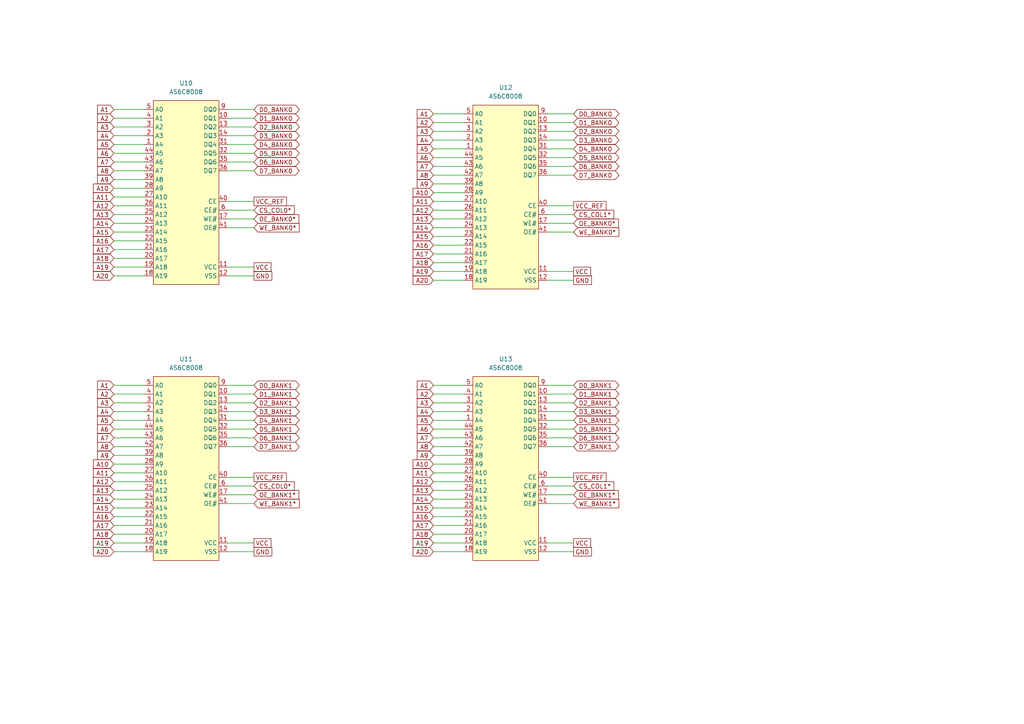
<source format=kicad_sch>
(kicad_sch (version 20211123) (generator eeschema)
  (paper "A4")
  (title_block (title "Static SRAM") (date "2022-10-21") (rev "0.2"))
  (lib_symbols
    (symbol "Memory_RAM:AS6C8008"
      (property "Reference" "U" (at 0 -29.21 0))
      (property "Value" "AS6C8008" (at 0 0 0))
      (symbol "AS6C8008_0_1"
        (rectangle (start -10.16 25.4) (end 8.89 -27.94) (fill (type background)))
      )
      (symbol "AS6C8008_1_1"
        (pin input line (at -12.7 12.7 0) (length 2.54) (name "A4") (number "1"))
        (pin bidirectional line (at 11.43 20.32 180) (length 2.54) (name "DQ1") (number "10"))
        (pin power_in line (at 11.43 -22.86 180) (length 2.54) (name "VCC") (number "11"))
        (pin power_in line (at 11.43 -25.4 180) (length 2.54) (name "VSS") (number "12"))
        (pin bidirectional line (at 11.43 17.78 180) (length 2.54) (name "DQ2") (number "13"))
        (pin bidirectional line (at 11.43 15.24 180) (length 2.54) (name "DQ3") (number "14"))
        (pin input line (at 11.43 -8.89 180) (length 2.54) (name "WE#") (number "17"))
        (pin input line (at -12.7 -25.4 0) (length 2.54) (name "A19") (number "18"))
        (pin input line (at -12.7 -22.86 0) (length 2.54) (name "A18") (number "19"))
        (pin input line (at -12.7 15.24 0) (length 2.54) (name "A3") (number "2"))
        (pin input line (at -12.7 -20.32 0) (length 2.54) (name "A17") (number "20"))
        (pin input line (at -12.7 -17.78 0) (length 2.54) (name "A16") (number "21"))
        (pin input line (at -12.7 -15.24 0) (length 2.54) (name "A15") (number "22"))
        (pin input line (at -12.7 -12.7 0) (length 2.54) (name "A14") (number "23"))
        (pin input line (at -12.7 -10.16 0) (length 2.54) (name "A13") (number "24"))
        (pin input line (at -12.7 -7.62 0) (length 2.54) (name "A12") (number "25"))
        (pin input line (at -12.7 -5.08 0) (length 2.54) (name "A11") (number "26"))
        (pin input line (at -12.7 -2.54 0) (length 2.54) (name "A10") (number "27"))
        (pin input line (at -12.7 0 0) (length 2.54) (name "A9") (number "28"))
        (pin input line (at -12.7 17.78 0) (length 2.54) (name "A2") (number "3"))
        (pin bidirectional line (at 11.43 12.7 180) (length 2.54) (name "DQ4") (number "31"))
        (pin bidirectional line (at 11.43 10.16 180) (length 2.54) (name "DQ5") (number "32"))
        (pin bidirectional line (at 11.43 7.62 180) (length 2.54) (name "DQ6") (number "35"))
        (pin bidirectional line (at 11.43 5.08 180) (length 2.54) (name "DQ7") (number "36"))
        (pin input line (at -12.7 2.54 0) (length 2.54) (name "A8") (number "39"))
        (pin input line (at -12.7 20.32 0) (length 2.54) (name "A1") (number "4"))
        (pin input line (at 11.43 -3.81 180) (length 2.54) (name "CE") (number "40"))
        (pin input line (at 11.43 -11.43 180) (length 2.54) (name "OE#") (number "41"))
        (pin input line (at -12.7 5.08 0) (length 2.54) (name "A7") (number "42"))
        (pin input line (at -12.7 7.62 0) (length 2.54) (name "A6") (number "43"))
        (pin input line (at -12.7 10.16 0) (length 2.54) (name "A5") (number "44"))
        (pin input line (at -12.7 22.86 0) (length 2.54) (name "A0") (number "5"))
        (pin input line (at 11.43 -6.35 180) (length 2.54) (name "CE#") (number "6"))
        (pin bidirectional line (at 11.43 22.86 180) (length 2.54) (name "DQ0") (number "9"))
      )
    )
  )
  (wire (pts (xy 33.02 69.85) (xy 41.91 69.85)))
  (wire (pts (xy 158.75 33.02) (xy 166.37 33.02)))
  (wire (pts (xy 66.04 143.51) (xy 73.66 143.51)))
  (wire (pts (xy 33.02 127) (xy 41.91 127)))
  (wire (pts (xy 125.73 152.4) (xy 134.62 152.4)))
  (wire (pts (xy 33.02 132.08) (xy 41.91 132.08)))
  (wire (pts (xy 158.75 62.23) (xy 166.37 62.23)))
  (wire (pts (xy 33.02 54.61) (xy 41.91 54.61)))
  (wire (pts (xy 158.75 116.84) (xy 166.37 116.84)))
  (wire (pts (xy 125.73 66.04) (xy 134.62 66.04)))
  (wire (pts (xy 125.73 55.88) (xy 134.62 55.88)))
  (wire (pts (xy 33.02 114.3) (xy 41.91 114.3)))
  (wire (pts (xy 33.02 59.69) (xy 41.91 59.69)))
  (wire (pts (xy 33.02 129.54) (xy 41.91 129.54)))
  (wire (pts (xy 33.02 134.62) (xy 41.91 134.62)))
  (wire (pts (xy 125.73 81.28) (xy 134.62 81.28)))
  (wire (pts (xy 158.75 43.18) (xy 166.37 43.18)))
  (wire (pts (xy 158.75 124.46) (xy 166.37 124.46)))
  (wire (pts (xy 33.02 74.93) (xy 41.91 74.93)))
  (wire (pts (xy 66.04 41.91) (xy 73.66 41.91)))
  (wire (pts (xy 66.04 31.75) (xy 73.66 31.75)))
  (wire (pts (xy 66.04 58.42) (xy 73.66 58.42)))
  (wire (pts (xy 125.73 154.94) (xy 134.62 154.94)))
  (wire (pts (xy 125.73 116.84) (xy 134.62 116.84)))
  (wire (pts (xy 66.04 146.05) (xy 73.66 146.05)))
  (wire (pts (xy 33.02 67.31) (xy 41.91 67.31)))
  (wire (pts (xy 33.02 154.94) (xy 41.91 154.94)))
  (wire (pts (xy 66.04 129.54) (xy 73.66 129.54)))
  (wire (pts (xy 125.73 160.02) (xy 134.62 160.02)))
  (wire (pts (xy 158.75 146.05) (xy 166.37 146.05)))
  (wire (pts (xy 66.04 121.92) (xy 73.66 121.92)))
  (wire (pts (xy 125.73 132.08) (xy 134.62 132.08)))
  (wire (pts (xy 66.04 119.38) (xy 73.66 119.38)))
  (wire (pts (xy 158.75 48.26) (xy 166.37 48.26)))
  (wire (pts (xy 158.75 64.77) (xy 166.37 64.77)))
  (wire (pts (xy 33.02 160.02) (xy 41.91 160.02)))
  (wire (pts (xy 66.04 34.29) (xy 73.66 34.29)))
  (wire (pts (xy 125.73 53.34) (xy 134.62 53.34)))
  (wire (pts (xy 125.73 38.1) (xy 134.62 38.1)))
  (wire (pts (xy 158.75 67.31) (xy 166.37 67.31)))
  (wire (pts (xy 158.75 59.69) (xy 166.37 59.69)))
  (wire (pts (xy 125.73 45.72) (xy 134.62 45.72)))
  (wire (pts (xy 125.73 147.32) (xy 134.62 147.32)))
  (wire (pts (xy 125.73 157.48) (xy 134.62 157.48)))
  (wire (pts (xy 158.75 50.8) (xy 166.37 50.8)))
  (wire (pts (xy 66.04 127) (xy 73.66 127)))
  (wire (pts (xy 33.02 31.75) (xy 41.91 31.75)))
  (wire (pts (xy 66.04 60.96) (xy 73.66 60.96)))
  (wire (pts (xy 158.75 127) (xy 166.37 127)))
  (wire (pts (xy 158.75 129.54) (xy 166.37 129.54)))
  (wire (pts (xy 33.02 57.15) (xy 41.91 57.15)))
  (wire (pts (xy 66.04 111.76) (xy 73.66 111.76)))
  (wire (pts (xy 125.73 35.56) (xy 134.62 35.56)))
  (wire (pts (xy 66.04 77.47) (xy 73.66 77.47)))
  (wire (pts (xy 125.73 127) (xy 134.62 127)))
  (wire (pts (xy 33.02 149.86) (xy 41.91 149.86)))
  (wire (pts (xy 125.73 144.78) (xy 134.62 144.78)))
  (wire (pts (xy 33.02 111.76) (xy 41.91 111.76)))
  (wire (pts (xy 125.73 149.86) (xy 134.62 149.86)))
  (wire (pts (xy 66.04 160.02) (xy 73.66 160.02)))
  (wire (pts (xy 125.73 60.96) (xy 134.62 60.96)))
  (wire (pts (xy 66.04 116.84) (xy 73.66 116.84)))
  (wire (pts (xy 33.02 119.38) (xy 41.91 119.38)))
  (wire (pts (xy 125.73 43.18) (xy 134.62 43.18)))
  (wire (pts (xy 66.04 66.04) (xy 73.66 66.04)))
  (wire (pts (xy 33.02 72.39) (xy 41.91 72.39)))
  (wire (pts (xy 158.75 140.97) (xy 166.37 140.97)))
  (wire (pts (xy 125.73 33.02) (xy 134.62 33.02)))
  (wire (pts (xy 125.73 63.5) (xy 134.62 63.5)))
  (wire (pts (xy 33.02 121.92) (xy 41.91 121.92)))
  (wire (pts (xy 33.02 39.37) (xy 41.91 39.37)))
  (wire (pts (xy 66.04 44.45) (xy 73.66 44.45)))
  (wire (pts (xy 66.04 157.48) (xy 73.66 157.48)))
  (wire (pts (xy 125.73 58.42) (xy 134.62 58.42)))
  (wire (pts (xy 158.75 121.92) (xy 166.37 121.92)))
  (wire (pts (xy 33.02 49.53) (xy 41.91 49.53)))
  (wire (pts (xy 33.02 46.99) (xy 41.91 46.99)))
  (wire (pts (xy 125.73 50.8) (xy 134.62 50.8)))
  (wire (pts (xy 66.04 63.5) (xy 73.66 63.5)))
  (wire (pts (xy 33.02 64.77) (xy 41.91 64.77)))
  (wire (pts (xy 33.02 62.23) (xy 41.91 62.23)))
  (wire (pts (xy 125.73 129.54) (xy 134.62 129.54)))
  (wire (pts (xy 66.04 46.99) (xy 73.66 46.99)))
  (wire (pts (xy 125.73 111.76) (xy 134.62 111.76)))
  (wire (pts (xy 125.73 124.46) (xy 134.62 124.46)))
  (wire (pts (xy 33.02 152.4) (xy 41.91 152.4)))
  (wire (pts (xy 158.75 114.3) (xy 166.37 114.3)))
  (wire (pts (xy 66.04 114.3) (xy 73.66 114.3)))
  (wire (pts (xy 125.73 78.74) (xy 134.62 78.74)))
  (wire (pts (xy 158.75 157.48) (xy 166.37 157.48)))
  (wire (pts (xy 33.02 80.01) (xy 41.91 80.01)))
  (wire (pts (xy 125.73 121.92) (xy 134.62 121.92)))
  (wire (pts (xy 125.73 134.62) (xy 134.62 134.62)))
  (wire (pts (xy 125.73 139.7) (xy 134.62 139.7)))
  (wire (pts (xy 125.73 114.3) (xy 134.62 114.3)))
  (wire (pts (xy 33.02 144.78) (xy 41.91 144.78)))
  (wire (pts (xy 125.73 71.12) (xy 134.62 71.12)))
  (wire (pts (xy 125.73 68.58) (xy 134.62 68.58)))
  (wire (pts (xy 33.02 52.07) (xy 41.91 52.07)))
  (wire (pts (xy 66.04 49.53) (xy 73.66 49.53)))
  (wire (pts (xy 33.02 44.45) (xy 41.91 44.45)))
  (wire (pts (xy 33.02 137.16) (xy 41.91 137.16)))
  (wire (pts (xy 66.04 140.97) (xy 73.66 140.97)))
  (wire (pts (xy 33.02 116.84) (xy 41.91 116.84)))
  (wire (pts (xy 33.02 34.29) (xy 41.91 34.29)))
  (wire (pts (xy 158.75 35.56) (xy 166.37 35.56)))
  (wire (pts (xy 125.73 73.66) (xy 134.62 73.66)))
  (wire (pts (xy 158.75 38.1) (xy 166.37 38.1)))
  (wire (pts (xy 125.73 137.16) (xy 134.62 137.16)))
  (wire (pts (xy 33.02 142.24) (xy 41.91 142.24)))
  (wire (pts (xy 33.02 147.32) (xy 41.91 147.32)))
  (wire (pts (xy 66.04 80.01) (xy 73.66 80.01)))
  (wire (pts (xy 33.02 157.48) (xy 41.91 157.48)))
  (wire (pts (xy 66.04 36.83) (xy 73.66 36.83)))
  (wire (pts (xy 158.75 138.43) (xy 166.37 138.43)))
  (wire (pts (xy 158.75 45.72) (xy 166.37 45.72)))
  (wire (pts (xy 66.04 138.43) (xy 73.66 138.43)))
  (wire (pts (xy 33.02 124.46) (xy 41.91 124.46)))
  (wire (pts (xy 158.75 111.76) (xy 166.37 111.76)))
  (wire (pts (xy 33.02 41.91) (xy 41.91 41.91)))
  (wire (pts (xy 33.02 77.47) (xy 41.91 77.47)))
  (wire (pts (xy 158.75 78.74) (xy 166.37 78.74)))
  (wire (pts (xy 125.73 142.24) (xy 134.62 142.24)))
  (wire (pts (xy 125.73 40.64) (xy 134.62 40.64)))
  (wire (pts (xy 66.04 124.46) (xy 73.66 124.46)))
  (wire (pts (xy 158.75 143.51) (xy 166.37 143.51)))
  (wire (pts (xy 158.75 119.38) (xy 166.37 119.38)))
  (wire (pts (xy 33.02 139.7) (xy 41.91 139.7)))
  (wire (pts (xy 125.73 48.26) (xy 134.62 48.26)))
  (wire (pts (xy 158.75 40.64) (xy 166.37 40.64)))
  (wire (pts (xy 33.02 36.83) (xy 41.91 36.83)))
  (wire (pts (xy 158.75 81.28) (xy 166.37 81.28)))
  (wire (pts (xy 158.75 160.02) (xy 166.37 160.02)))
  (wire (pts (xy 125.73 119.38) (xy 134.62 119.38)))
  (wire (pts (xy 125.73 76.2) (xy 134.62 76.2)))
  (wire (pts (xy 66.04 39.37) (xy 73.66 39.37)))
  (global_label "A1" (shape input) (at 125.73 33.02 180) (property "Intersheet References" "${INTERSHEET_REFS}" (effects hide)))
  (global_label "A1" (shape input) (at 33.02 111.76 180) (property "Intersheet References" "${INTERSHEET_REFS}" (effects hide)))
  (global_label "A5" (shape input) (at 33.02 121.92 180) (property "Intersheet References" "${INTERSHEET_REFS}" (effects hide)))
  (global_label "CS_COL1*" (shape input) (at 166.37 62.23 0) (property "Intersheet References" "${INTERSHEET_REFS}" (effects hide)))
  (global_label "A15" (shape input) (at 125.73 147.32 180) (property "Intersheet References" "${INTERSHEET_REFS}" (effects hide)))
  (global_label "D5_BANK0" (shape bidirectional) (at 166.37 45.72 0) (property "Intersheet References" "${INTERSHEET_REFS}" (effects hide)))
  (global_label "A20" (shape input) (at 125.73 160.02 180) (property "Intersheet References" "${INTERSHEET_REFS}" (effects hide)))
  (global_label "D7_BANK1" (shape bidirectional) (at 166.37 129.54 0) (property "Intersheet References" "${INTERSHEET_REFS}" (effects hide)))
  (global_label "A16" (shape input) (at 33.02 149.86 180) (property "Intersheet References" "${INTERSHEET_REFS}" (effects hide)))
  (global_label "WE_BANK0*" (shape input) (at 73.66 66.04 0) (property "Intersheet References" "${INTERSHEET_REFS}" (effects hide)))
  (global_label "A20" (shape input) (at 33.02 80.01 180) (property "Intersheet References" "${INTERSHEET_REFS}" (effects hide)))
  (global_label "A7" (shape input) (at 125.73 127 180) (property "Intersheet References" "${INTERSHEET_REFS}" (effects hide)))
  (global_label "VCC" (shape passive) (at 166.37 157.48 0) (property "Intersheet References" "${INTERSHEET_REFS}" (effects hide)))
  (global_label "D6_BANK1" (shape bidirectional) (at 166.37 127 0) (property "Intersheet References" "${INTERSHEET_REFS}" (effects hide)))
  (global_label "D1_BANK1" (shape bidirectional) (at 166.37 114.3 0) (property "Intersheet References" "${INTERSHEET_REFS}" (effects hide)))
  (global_label "GND" (shape passive) (at 73.66 160.02 0) (property "Intersheet References" "${INTERSHEET_REFS}" (effects hide)))
  (global_label "WE_BANK1*" (shape input) (at 166.37 146.05 0) (property "Intersheet References" "${INTERSHEET_REFS}" (effects hide)))
  (global_label "D6_BANK0" (shape bidirectional) (at 166.37 48.26 0) (property "Intersheet References" "${INTERSHEET_REFS}" (effects hide)))
  (global_label "A16" (shape input) (at 33.02 69.85 180) (property "Intersheet References" "${INTERSHEET_REFS}" (effects hide)))
  (global_label "A14" (shape input) (at 125.73 144.78 180) (property "Intersheet References" "${INTERSHEET_REFS}" (effects hide)))
  (global_label "A5" (shape input) (at 125.73 121.92 180) (property "Intersheet References" "${INTERSHEET_REFS}" (effects hide)))
  (global_label "VCC" (shape passive) (at 73.66 77.47 0) (property "Intersheet References" "${INTERSHEET_REFS}" (effects hide)))
  (global_label "CS_COL0*" (shape input) (at 73.66 140.97 0) (property "Intersheet References" "${INTERSHEET_REFS}" (effects hide)))
  (global_label "VCC_REF" (shape passive) (at 166.37 59.69 0) (property "Intersheet References" "${INTERSHEET_REFS}" (effects hide)))
  (global_label "A14" (shape input) (at 125.73 66.04 180) (property "Intersheet References" "${INTERSHEET_REFS}" (effects hide)))
  (global_label "D2_BANK0" (shape bidirectional) (at 166.37 38.1 0) (property "Intersheet References" "${INTERSHEET_REFS}" (effects hide)))
  (global_label "A1" (shape input) (at 33.02 31.75 180) (property "Intersheet References" "${INTERSHEET_REFS}" (effects hide)))
  (global_label "A17" (shape input) (at 33.02 72.39 180) (property "Intersheet References" "${INTERSHEET_REFS}" (effects hide)))
  (global_label "A13" (shape input) (at 125.73 63.5 180) (property "Intersheet References" "${INTERSHEET_REFS}" (effects hide)))
  (global_label "D4_BANK1" (shape bidirectional) (at 166.37 121.92 0) (property "Intersheet References" "${INTERSHEET_REFS}" (effects hide)))
  (global_label "D7_BANK1" (shape bidirectional) (at 73.66 129.54 0) (property "Intersheet References" "${INTERSHEET_REFS}" (effects hide)))
  (global_label "A11" (shape input) (at 125.73 137.16 180) (property "Intersheet References" "${INTERSHEET_REFS}" (effects hide)))
  (global_label "A15" (shape input) (at 125.73 68.58 180) (property "Intersheet References" "${INTERSHEET_REFS}" (effects hide)))
  (global_label "D6_BANK1" (shape bidirectional) (at 73.66 127 0) (property "Intersheet References" "${INTERSHEET_REFS}" (effects hide)))
  (global_label "GND" (shape passive) (at 73.66 80.01 0) (property "Intersheet References" "${INTERSHEET_REFS}" (effects hide)))
  (global_label "A9" (shape input) (at 125.73 132.08 180) (property "Intersheet References" "${INTERSHEET_REFS}" (effects hide)))
  (global_label "GND" (shape passive) (at 166.37 160.02 0) (property "Intersheet References" "${INTERSHEET_REFS}" (effects hide)))
  (global_label "A2" (shape input) (at 33.02 34.29 180) (property "Intersheet References" "${INTERSHEET_REFS}" (effects hide)))
  (global_label "A14" (shape input) (at 33.02 144.78 180) (property "Intersheet References" "${INTERSHEET_REFS}" (effects hide)))
  (global_label "D1_BANK0" (shape bidirectional) (at 73.66 34.29 0) (property "Intersheet References" "${INTERSHEET_REFS}" (effects hide)))
  (global_label "A13" (shape input) (at 33.02 62.23 180) (property "Intersheet References" "${INTERSHEET_REFS}" (effects hide)))
  (global_label "A12" (shape input) (at 33.02 139.7 180) (property "Intersheet References" "${INTERSHEET_REFS}" (effects hide)))
  (global_label "D1_BANK1" (shape bidirectional) (at 73.66 114.3 0) (property "Intersheet References" "${INTERSHEET_REFS}" (effects hide)))
  (global_label "A8" (shape input) (at 33.02 49.53 180) (property "Intersheet References" "${INTERSHEET_REFS}" (effects hide)))
  (global_label "D3_BANK0" (shape bidirectional) (at 166.37 40.64 0) (property "Intersheet References" "${INTERSHEET_REFS}" (effects hide)))
  (global_label "A4" (shape input) (at 125.73 40.64 180) (property "Intersheet References" "${INTERSHEET_REFS}" (effects hide)))
  (global_label "A3" (shape input) (at 33.02 36.83 180) (property "Intersheet References" "${INTERSHEET_REFS}" (effects hide)))
  (global_label "A6" (shape input) (at 33.02 44.45 180) (property "Intersheet References" "${INTERSHEET_REFS}" (effects hide)))
  (global_label "A8" (shape input) (at 125.73 129.54 180) (property "Intersheet References" "${INTERSHEET_REFS}" (effects hide)))
  (global_label "A12" (shape input) (at 125.73 139.7 180) (property "Intersheet References" "${INTERSHEET_REFS}" (effects hide)))
  (global_label "D2_BANK1" (shape bidirectional) (at 166.37 116.84 0) (property "Intersheet References" "${INTERSHEET_REFS}" (effects hide)))
  (global_label "D4_BANK1" (shape bidirectional) (at 73.66 121.92 0) (property "Intersheet References" "${INTERSHEET_REFS}" (effects hide)))
  (global_label "D2_BANK1" (shape bidirectional) (at 73.66 116.84 0) (property "Intersheet References" "${INTERSHEET_REFS}" (effects hide)))
  (global_label "D7_BANK0" (shape bidirectional) (at 73.66 49.53 0) (property "Intersheet References" "${INTERSHEET_REFS}" (effects hide)))
  (global_label "D4_BANK0" (shape bidirectional) (at 166.37 43.18 0) (property "Intersheet References" "${INTERSHEET_REFS}" (effects hide)))
  (global_label "A17" (shape input) (at 33.02 152.4 180) (property "Intersheet References" "${INTERSHEET_REFS}" (effects hide)))
  (global_label "A10" (shape input) (at 33.02 134.62 180) (property "Intersheet References" "${INTERSHEET_REFS}" (effects hide)))
  (global_label "VCC_REF" (shape passive) (at 166.37 138.43 0) (property "Intersheet References" "${INTERSHEET_REFS}" (effects hide)))
  (global_label "A5" (shape input) (at 33.02 41.91 180) (property "Intersheet References" "${INTERSHEET_REFS}" (effects hide)))
  (global_label "A10" (shape input) (at 33.02 54.61 180) (property "Intersheet References" "${INTERSHEET_REFS}" (effects hide)))
  (global_label "A8" (shape input) (at 33.02 129.54 180) (property "Intersheet References" "${INTERSHEET_REFS}" (effects hide)))
  (global_label "D3_BANK0" (shape bidirectional) (at 73.66 39.37 0) (property "Intersheet References" "${INTERSHEET_REFS}" (effects hide)))
  (global_label "A2" (shape input) (at 125.73 114.3 180) (property "Intersheet References" "${INTERSHEET_REFS}" (effects hide)))
  (global_label "CS_COL1*" (shape input) (at 166.37 140.97 0) (property "Intersheet References" "${INTERSHEET_REFS}" (effects hide)))
  (global_label "D2_BANK0" (shape bidirectional) (at 73.66 36.83 0) (property "Intersheet References" "${INTERSHEET_REFS}" (effects hide)))
  (global_label "A10" (shape input) (at 125.73 55.88 180) (property "Intersheet References" "${INTERSHEET_REFS}" (effects hide)))
  (global_label "A4" (shape input) (at 33.02 119.38 180) (property "Intersheet References" "${INTERSHEET_REFS}" (effects hide)))
  (global_label "A11" (shape input) (at 33.02 57.15 180) (property "Intersheet References" "${INTERSHEET_REFS}" (effects hide)))
  (global_label "A2" (shape input) (at 33.02 114.3 180) (property "Intersheet References" "${INTERSHEET_REFS}" (effects hide)))
  (global_label "A10" (shape input) (at 125.73 134.62 180) (property "Intersheet References" "${INTERSHEET_REFS}" (effects hide)))
  (global_label "A11" (shape input) (at 33.02 137.16 180) (property "Intersheet References" "${INTERSHEET_REFS}" (effects hide)))
  (global_label "A18" (shape input) (at 125.73 154.94 180) (property "Intersheet References" "${INTERSHEET_REFS}" (effects hide)))
  (global_label "A19" (shape input) (at 33.02 77.47 180) (property "Intersheet References" "${INTERSHEET_REFS}" (effects hide)))
  (global_label "D5_BANK0" (shape bidirectional) (at 73.66 44.45 0) (property "Intersheet References" "${INTERSHEET_REFS}" (effects hide)))
  (global_label "D4_BANK0" (shape bidirectional) (at 73.66 41.91 0) (property "Intersheet References" "${INTERSHEET_REFS}" (effects hide)))
  (global_label "A7" (shape input) (at 33.02 127 180) (property "Intersheet References" "${INTERSHEET_REFS}" (effects hide)))
  (global_label "OE_BANK0*" (shape input) (at 166.37 64.77 0) (property "Intersheet References" "${INTERSHEET_REFS}" (effects hide)))
  (global_label "A9" (shape input) (at 33.02 132.08 180) (property "Intersheet References" "${INTERSHEET_REFS}" (effects hide)))
  (global_label "A13" (shape input) (at 33.02 142.24 180) (property "Intersheet References" "${INTERSHEET_REFS}" (effects hide)))
  (global_label "A15" (shape input) (at 33.02 67.31 180) (property "Intersheet References" "${INTERSHEET_REFS}" (effects hide)))
  (global_label "A4" (shape input) (at 125.73 119.38 180) (property "Intersheet References" "${INTERSHEET_REFS}" (effects hide)))
  (global_label "A20" (shape input) (at 33.02 160.02 180) (property "Intersheet References" "${INTERSHEET_REFS}" (effects hide)))
  (global_label "D3_BANK1" (shape bidirectional) (at 166.37 119.38 0) (property "Intersheet References" "${INTERSHEET_REFS}" (effects hide)))
  (global_label "WE_BANK0*" (shape input) (at 166.37 67.31 0) (property "Intersheet References" "${INTERSHEET_REFS}" (effects hide)))
  (global_label "OE_BANK1*" (shape input) (at 73.66 143.51 0) (property "Intersheet References" "${INTERSHEET_REFS}" (effects hide)))
  (global_label "A5" (shape input) (at 125.73 43.18 180) (property "Intersheet References" "${INTERSHEET_REFS}" (effects hide)))
  (global_label "VCC_REF" (shape passive) (at 73.66 138.43 0) (property "Intersheet References" "${INTERSHEET_REFS}" (effects hide)))
  (global_label "A14" (shape input) (at 33.02 64.77 180) (property "Intersheet References" "${INTERSHEET_REFS}" (effects hide)))
  (global_label "A2" (shape input) (at 125.73 35.56 180) (property "Intersheet References" "${INTERSHEET_REFS}" (effects hide)))
  (global_label "VCC_REF" (shape passive) (at 73.66 58.42 0) (property "Intersheet References" "${INTERSHEET_REFS}" (effects hide)))
  (global_label "A15" (shape input) (at 33.02 147.32 180) (property "Intersheet References" "${INTERSHEET_REFS}" (effects hide)))
  (global_label "A8" (shape input) (at 125.73 50.8 180) (property "Intersheet References" "${INTERSHEET_REFS}" (effects hide)))
  (global_label "A3" (shape input) (at 125.73 116.84 180) (property "Intersheet References" "${INTERSHEET_REFS}" (effects hide)))
  (global_label "A1" (shape input) (at 125.73 111.76 180) (property "Intersheet References" "${INTERSHEET_REFS}" (effects hide)))
  (global_label "OE_BANK1*" (shape input) (at 166.37 143.51 0) (property "Intersheet References" "${INTERSHEET_REFS}" (effects hide)))
  (global_label "A19" (shape input) (at 125.73 157.48 180) (property "Intersheet References" "${INTERSHEET_REFS}" (effects hide)))
  (global_label "D5_BANK1" (shape bidirectional) (at 73.66 124.46 0) (property "Intersheet References" "${INTERSHEET_REFS}" (effects hide)))
  (global_label "D3_BANK1" (shape bidirectional) (at 73.66 119.38 0) (property "Intersheet References" "${INTERSHEET_REFS}" (effects hide)))
  (global_label "A3" (shape input) (at 125.73 38.1 180) (property "Intersheet References" "${INTERSHEET_REFS}" (effects hide)))
  (global_label "D6_BANK0" (shape bidirectional) (at 73.66 46.99 0) (property "Intersheet References" "${INTERSHEET_REFS}" (effects hide)))
  (global_label "A12" (shape input) (at 125.73 60.96 180) (property "Intersheet References" "${INTERSHEET_REFS}" (effects hide)))
  (global_label "D0_BANK0" (shape bidirectional) (at 73.66 31.75 0) (property "Intersheet References" "${INTERSHEET_REFS}" (effects hide)))
  (global_label "A4" (shape input) (at 33.02 39.37 180) (property "Intersheet References" "${INTERSHEET_REFS}" (effects hide)))
  (global_label "A6" (shape input) (at 125.73 124.46 180) (property "Intersheet References" "${INTERSHEET_REFS}" (effects hide)))
  (global_label "D7_BANK0" (shape bidirectional) (at 166.37 50.8 0) (property "Intersheet References" "${INTERSHEET_REFS}" (effects hide)))
  (global_label "CS_COL0*" (shape input) (at 73.66 60.96 0) (property "Intersheet References" "${INTERSHEET_REFS}" (effects hide)))
  (global_label "A16" (shape input) (at 125.73 149.86 180) (property "Intersheet References" "${INTERSHEET_REFS}" (effects hide)))
  (global_label "A20" (shape input) (at 125.73 81.28 180) (property "Intersheet References" "${INTERSHEET_REFS}" (effects hide)))
  (global_label "D5_BANK1" (shape bidirectional) (at 166.37 124.46 0) (property "Intersheet References" "${INTERSHEET_REFS}" (effects hide)))
  (global_label "A9" (shape input) (at 33.02 52.07 180) (property "Intersheet References" "${INTERSHEET_REFS}" (effects hide)))
  (global_label "A18" (shape input) (at 33.02 74.93 180) (property "Intersheet References" "${INTERSHEET_REFS}" (effects hide)))
  (global_label "VCC" (shape passive) (at 73.66 157.48 0) (property "Intersheet References" "${INTERSHEET_REFS}" (effects hide)))
  (global_label "A6" (shape input) (at 33.02 124.46 180) (property "Intersheet References" "${INTERSHEET_REFS}" (effects hide)))
  (global_label "A18" (shape input) (at 125.73 76.2 180) (property "Intersheet References" "${INTERSHEET_REFS}" (effects hide)))
  (global_label "WE_BANK1*" (shape input) (at 73.66 146.05 0) (property "Intersheet References" "${INTERSHEET_REFS}" (effects hide)))
  (global_label "GND" (shape passive) (at 166.37 81.28 0) (property "Intersheet References" "${INTERSHEET_REFS}" (effects hide)))
  (global_label "A16" (shape input) (at 125.73 71.12 180) (property "Intersheet References" "${INTERSHEET_REFS}" (effects hide)))
  (global_label "VCC" (shape passive) (at 166.37 78.74 0) (property "Intersheet References" "${INTERSHEET_REFS}" (effects hide)))
  (global_label "A7" (shape input) (at 33.02 46.99 180) (property "Intersheet References" "${INTERSHEET_REFS}" (effects hide)))
  (global_label "D1_BANK0" (shape bidirectional) (at 166.37 35.56 0) (property "Intersheet References" "${INTERSHEET_REFS}" (effects hide)))
  (global_label "A17" (shape input) (at 125.73 152.4 180) (property "Intersheet References" "${INTERSHEET_REFS}" (effects hide)))
  (global_label "A12" (shape input) (at 33.02 59.69 180) (property "Intersheet References" "${INTERSHEET_REFS}" (effects hide)))
  (global_label "D0_BANK1" (shape bidirectional) (at 166.37 111.76 0) (property "Intersheet References" "${INTERSHEET_REFS}" (effects hide)))
  (global_label "A7" (shape input) (at 125.73 48.26 180) (property "Intersheet References" "${INTERSHEET_REFS}" (effects hide)))
  (global_label "A13" (shape input) (at 125.73 142.24 180) (property "Intersheet References" "${INTERSHEET_REFS}" (effects hide)))
  (global_label "A17" (shape input) (at 125.73 73.66 180) (property "Intersheet References" "${INTERSHEET_REFS}" (effects hide)))
  (global_label "D0_BANK0" (shape bidirectional) (at 166.37 33.02 0) (property "Intersheet References" "${INTERSHEET_REFS}" (effects hide)))
  (global_label "D0_BANK1" (shape bidirectional) (at 73.66 111.76 0) (property "Intersheet References" "${INTERSHEET_REFS}" (effects hide)))
  (global_label "OE_BANK0*" (shape input) (at 73.66 63.5 0) (property "Intersheet References" "${INTERSHEET_REFS}" (effects hide)))
  (global_label "A18" (shape input) (at 33.02 154.94 180) (property "Intersheet References" "${INTERSHEET_REFS}" (effects hide)))
  (global_label "A19" (shape input) (at 125.73 78.74 180) (property "Intersheet References" "${INTERSHEET_REFS}" (effects hide)))
  (global_label "A11" (shape input) (at 125.73 58.42 180) (property "Intersheet References" "${INTERSHEET_REFS}" (effects hide)))
  (global_label "A19" (shape input) (at 33.02 157.48 180) (property "Intersheet References" "${INTERSHEET_REFS}" (effects hide)))
  (global_label "A6" (shape input) (at 125.73 45.72 180) (property "Intersheet References" "${INTERSHEET_REFS}" (effects hide)))
  (global_label "A3" (shape input) (at 33.02 116.84 180) (property "Intersheet References" "${INTERSHEET_REFS}" (effects hide)))
  (global_label "A9" (shape input) (at 125.73 53.34 180) (property "Intersheet References" "${INTERSHEET_REFS}" (effects hide)))
  (symbol (lib_id "Memory_RAM:AS6C8008") (at 54.61 54.61 0) (unit 1)
    (property "Reference" "U10" (at 53.975 24.13 0))
    (property "Value" "AS6C8008" (at 53.975 26.67 0))
    (property "Footprint" "Package_SO:TSOP-II-44_10.16x18.41mm_P0.8mm" (effects hide))
  )
  (symbol (lib_id "Memory_RAM:AS6C8008") (at 147.32 55.88 0) (unit 1)
    (property "Reference" "U12" (at 146.685 25.4 0))
    (property "Value" "AS6C8008" (at 146.685 27.94 0))
    (property "Footprint" "Package_SO:TSOP-II-44_10.16x18.41mm_P0.8mm" (effects hide))
  )
  (symbol (lib_id "Memory_RAM:AS6C8008") (at 147.32 134.62 0) (unit 1)
    (property "Reference" "U13" (at 146.685 104.14 0))
    (property "Value" "AS6C8008" (at 146.685 106.68 0))
    (property "Footprint" "Package_SO:TSOP-II-44_10.16x18.41mm_P0.8mm" (effects hide))
  )
  (symbol (lib_id "Memory_RAM:AS6C8008") (at 54.61 134.62 0) (unit 1)
    (property "Reference" "U11" (at 53.975 104.14 0))
    (property "Value" "AS6C8008" (at 53.975 106.68 0))
    (property "Footprint" "Package_SO:TSOP-II-44_10.16x18.41mm_P0.8mm" (effects hide))
  )
)
</source>
